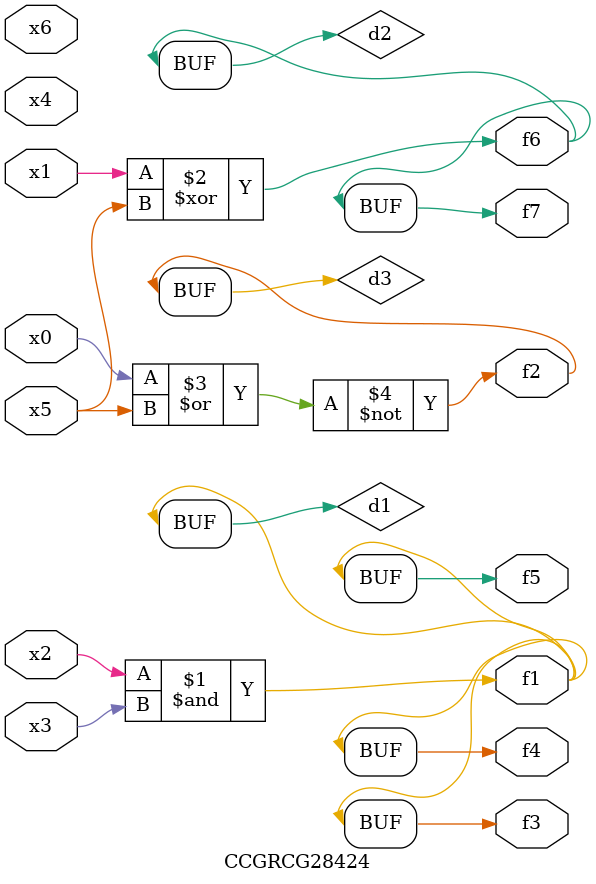
<source format=v>
module CCGRCG28424(
	input x0, x1, x2, x3, x4, x5, x6,
	output f1, f2, f3, f4, f5, f6, f7
);

	wire d1, d2, d3;

	and (d1, x2, x3);
	xor (d2, x1, x5);
	nor (d3, x0, x5);
	assign f1 = d1;
	assign f2 = d3;
	assign f3 = d1;
	assign f4 = d1;
	assign f5 = d1;
	assign f6 = d2;
	assign f7 = d2;
endmodule

</source>
